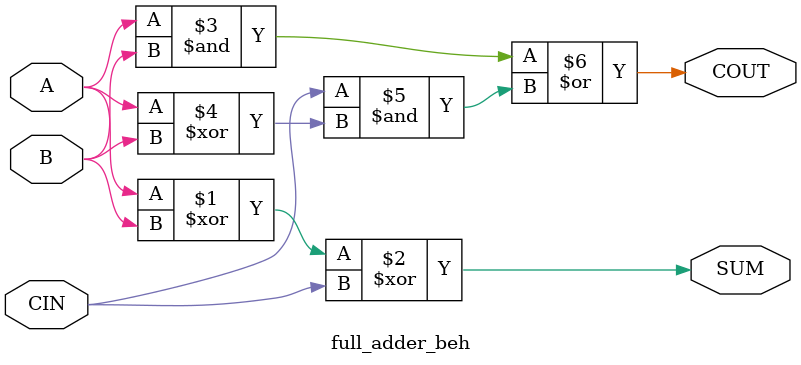
<source format=sv>

module full_adder_beh(
	input	logic	A,
	input	logic	B,
	input 	logic	CIN,
	output 	logic	SUM,
	output 	logic	COUT
);
	assign SUM 		= A ^ B ^ CIN;
	//assign COUT 	= (A & CIN) ^ (B & (A ^ CIN));
	assign COUT 	= A & B | CIN & (A ^ B);
	

endmodule
</source>
